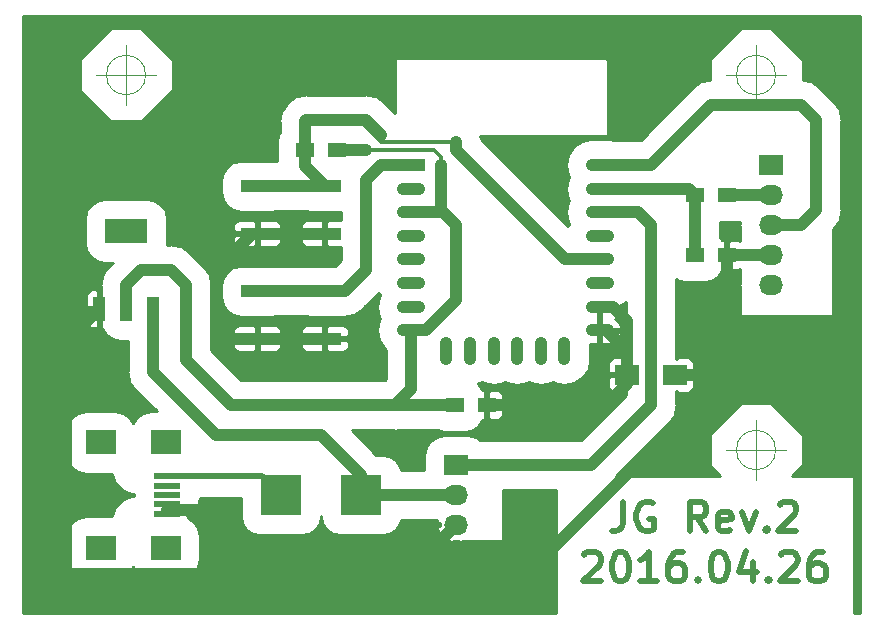
<source format=gbr>
G04 #@! TF.GenerationSoftware,KiCad,Pcbnew,5.0.2+dfsg1-1*
G04 #@! TF.CreationDate,2020-06-16T14:18:13-07:00*
G04 #@! TF.ProjectId,2016.04.26_LightAlarmV2,32303136-2e30-4342-9e32-365f4c696768,rev?*
G04 #@! TF.SameCoordinates,Original*
G04 #@! TF.FileFunction,Copper,L1,Top*
G04 #@! TF.FilePolarity,Positive*
%FSLAX46Y46*%
G04 Gerber Fmt 4.6, Leading zero omitted, Abs format (unit mm)*
G04 Created by KiCad (PCBNEW 5.0.2+dfsg1-1) date Tue 16 Jun 2020 02:18:13 PM PDT*
%MOMM*%
%LPD*%
G01*
G04 APERTURE LIST*
G04 #@! TA.AperFunction,NonConductor*
%ADD10C,0.010000*%
G04 #@! TD*
G04 #@! TA.AperFunction,NonConductor*
%ADD11C,0.500000*%
G04 #@! TD*
G04 #@! TA.AperFunction,SMDPad,CuDef*
%ADD12R,3.657600X2.032000*%
G04 #@! TD*
G04 #@! TA.AperFunction,SMDPad,CuDef*
%ADD13R,1.016000X2.032000*%
G04 #@! TD*
G04 #@! TA.AperFunction,SMDPad,CuDef*
%ADD14R,2.301240X0.500380*%
G04 #@! TD*
G04 #@! TA.AperFunction,SMDPad,CuDef*
%ADD15R,2.499360X1.998980*%
G04 #@! TD*
G04 #@! TA.AperFunction,SMDPad,CuDef*
%ADD16R,1.500000X1.300000*%
G04 #@! TD*
G04 #@! TA.AperFunction,SMDPad,CuDef*
%ADD17R,3.500000X3.500000*%
G04 #@! TD*
G04 #@! TA.AperFunction,ComponentPad*
%ADD18R,2.032000X1.727200*%
G04 #@! TD*
G04 #@! TA.AperFunction,ComponentPad*
%ADD19O,2.032000X1.727200*%
G04 #@! TD*
G04 #@! TA.AperFunction,SMDPad,CuDef*
%ADD20R,2.750000X1.000000*%
G04 #@! TD*
G04 #@! TA.AperFunction,SMDPad,CuDef*
%ADD21O,1.100000X2.400000*%
G04 #@! TD*
G04 #@! TA.AperFunction,SMDPad,CuDef*
%ADD22R,2.400000X1.100000*%
G04 #@! TD*
G04 #@! TA.AperFunction,SMDPad,CuDef*
%ADD23O,2.400000X1.100000*%
G04 #@! TD*
G04 #@! TA.AperFunction,SMDPad,CuDef*
%ADD24R,2.000000X1.700000*%
G04 #@! TD*
G04 #@! TA.AperFunction,Conductor*
%ADD25C,1.000000*%
G04 #@! TD*
G04 #@! TA.AperFunction,Conductor*
%ADD26C,0.500000*%
G04 #@! TD*
G04 #@! TA.AperFunction,Conductor*
%ADD27C,0.300000*%
G04 #@! TD*
G04 #@! TA.AperFunction,Conductor*
%ADD28C,0.254000*%
G04 #@! TD*
G04 APERTURE END LIST*
D10*
X93106666Y-67310000D02*
G75*
G03X93106666Y-67310000I-1666666J0D01*
G01*
X88940000Y-67310000D02*
X93940000Y-67310000D01*
X91440000Y-64810000D02*
X91440000Y-69810000D01*
X93106666Y-35560000D02*
G75*
G03X93106666Y-35560000I-1666666J0D01*
G01*
X88940000Y-35560000D02*
X93940000Y-35560000D01*
X91440000Y-33060000D02*
X91440000Y-38060000D01*
X39766666Y-35560000D02*
G75*
G03X39766666Y-35560000I-1666666J0D01*
G01*
X35600000Y-35560000D02*
X40600000Y-35560000D01*
X38100000Y-33060000D02*
X38100000Y-38060000D01*
D11*
X80217238Y-71689952D02*
X80217238Y-73475666D01*
X80098190Y-73832809D01*
X79860095Y-74070904D01*
X79502952Y-74189952D01*
X79264857Y-74189952D01*
X82717238Y-71809000D02*
X82479142Y-71689952D01*
X82122000Y-71689952D01*
X81764857Y-71809000D01*
X81526761Y-72047095D01*
X81407714Y-72285190D01*
X81288666Y-72761380D01*
X81288666Y-73118523D01*
X81407714Y-73594714D01*
X81526761Y-73832809D01*
X81764857Y-74070904D01*
X82122000Y-74189952D01*
X82360095Y-74189952D01*
X82717238Y-74070904D01*
X82836285Y-73951857D01*
X82836285Y-73118523D01*
X82360095Y-73118523D01*
X87241047Y-74189952D02*
X86407714Y-72999476D01*
X85812476Y-74189952D02*
X85812476Y-71689952D01*
X86764857Y-71689952D01*
X87002952Y-71809000D01*
X87122000Y-71928047D01*
X87241047Y-72166142D01*
X87241047Y-72523285D01*
X87122000Y-72761380D01*
X87002952Y-72880428D01*
X86764857Y-72999476D01*
X85812476Y-72999476D01*
X89264857Y-74070904D02*
X89026761Y-74189952D01*
X88550571Y-74189952D01*
X88312476Y-74070904D01*
X88193428Y-73832809D01*
X88193428Y-72880428D01*
X88312476Y-72642333D01*
X88550571Y-72523285D01*
X89026761Y-72523285D01*
X89264857Y-72642333D01*
X89383904Y-72880428D01*
X89383904Y-73118523D01*
X88193428Y-73356619D01*
X90217238Y-72523285D02*
X90812476Y-74189952D01*
X91407714Y-72523285D01*
X92360095Y-73951857D02*
X92479142Y-74070904D01*
X92360095Y-74189952D01*
X92241047Y-74070904D01*
X92360095Y-73951857D01*
X92360095Y-74189952D01*
X93431523Y-71928047D02*
X93550571Y-71809000D01*
X93788666Y-71689952D01*
X94383904Y-71689952D01*
X94622000Y-71809000D01*
X94741047Y-71928047D01*
X94860095Y-72166142D01*
X94860095Y-72404238D01*
X94741047Y-72761380D01*
X93312476Y-74189952D01*
X94860095Y-74189952D01*
X76883904Y-76178047D02*
X77002952Y-76059000D01*
X77241047Y-75939952D01*
X77836285Y-75939952D01*
X78074380Y-76059000D01*
X78193428Y-76178047D01*
X78312476Y-76416142D01*
X78312476Y-76654238D01*
X78193428Y-77011380D01*
X76764857Y-78439952D01*
X78312476Y-78439952D01*
X79860095Y-75939952D02*
X80098190Y-75939952D01*
X80336285Y-76059000D01*
X80455333Y-76178047D01*
X80574380Y-76416142D01*
X80693428Y-76892333D01*
X80693428Y-77487571D01*
X80574380Y-77963761D01*
X80455333Y-78201857D01*
X80336285Y-78320904D01*
X80098190Y-78439952D01*
X79860095Y-78439952D01*
X79622000Y-78320904D01*
X79502952Y-78201857D01*
X79383904Y-77963761D01*
X79264857Y-77487571D01*
X79264857Y-76892333D01*
X79383904Y-76416142D01*
X79502952Y-76178047D01*
X79622000Y-76059000D01*
X79860095Y-75939952D01*
X83074380Y-78439952D02*
X81645809Y-78439952D01*
X82360095Y-78439952D02*
X82360095Y-75939952D01*
X82122000Y-76297095D01*
X81883904Y-76535190D01*
X81645809Y-76654238D01*
X85217238Y-75939952D02*
X84741047Y-75939952D01*
X84502952Y-76059000D01*
X84383904Y-76178047D01*
X84145809Y-76535190D01*
X84026761Y-77011380D01*
X84026761Y-77963761D01*
X84145809Y-78201857D01*
X84264857Y-78320904D01*
X84502952Y-78439952D01*
X84979142Y-78439952D01*
X85217238Y-78320904D01*
X85336285Y-78201857D01*
X85455333Y-77963761D01*
X85455333Y-77368523D01*
X85336285Y-77130428D01*
X85217238Y-77011380D01*
X84979142Y-76892333D01*
X84502952Y-76892333D01*
X84264857Y-77011380D01*
X84145809Y-77130428D01*
X84026761Y-77368523D01*
X86526761Y-78201857D02*
X86645809Y-78320904D01*
X86526761Y-78439952D01*
X86407714Y-78320904D01*
X86526761Y-78201857D01*
X86526761Y-78439952D01*
X88193428Y-75939952D02*
X88431523Y-75939952D01*
X88669619Y-76059000D01*
X88788666Y-76178047D01*
X88907714Y-76416142D01*
X89026761Y-76892333D01*
X89026761Y-77487571D01*
X88907714Y-77963761D01*
X88788666Y-78201857D01*
X88669619Y-78320904D01*
X88431523Y-78439952D01*
X88193428Y-78439952D01*
X87955333Y-78320904D01*
X87836285Y-78201857D01*
X87717238Y-77963761D01*
X87598190Y-77487571D01*
X87598190Y-76892333D01*
X87717238Y-76416142D01*
X87836285Y-76178047D01*
X87955333Y-76059000D01*
X88193428Y-75939952D01*
X91169619Y-76773285D02*
X91169619Y-78439952D01*
X90574380Y-75820904D02*
X89979142Y-77606619D01*
X91526761Y-77606619D01*
X92479142Y-78201857D02*
X92598190Y-78320904D01*
X92479142Y-78439952D01*
X92360095Y-78320904D01*
X92479142Y-78201857D01*
X92479142Y-78439952D01*
X93550571Y-76178047D02*
X93669619Y-76059000D01*
X93907714Y-75939952D01*
X94502952Y-75939952D01*
X94741047Y-76059000D01*
X94860095Y-76178047D01*
X94979142Y-76416142D01*
X94979142Y-76654238D01*
X94860095Y-77011380D01*
X93431523Y-78439952D01*
X94979142Y-78439952D01*
X97122000Y-75939952D02*
X96645809Y-75939952D01*
X96407714Y-76059000D01*
X96288666Y-76178047D01*
X96050571Y-76535190D01*
X95931523Y-77011380D01*
X95931523Y-77963761D01*
X96050571Y-78201857D01*
X96169619Y-78320904D01*
X96407714Y-78439952D01*
X96883904Y-78439952D01*
X97122000Y-78320904D01*
X97241047Y-78201857D01*
X97360095Y-77963761D01*
X97360095Y-77368523D01*
X97241047Y-77130428D01*
X97122000Y-77011380D01*
X96883904Y-76892333D01*
X96407714Y-76892333D01*
X96169619Y-77011380D01*
X96050571Y-77130428D01*
X95931523Y-77368523D01*
D12*
G04 #@! TO.P,U1,4*
G04 #@! TO.N,N/C*
X38100000Y-48768000D03*
D13*
G04 #@! TO.P,U1,2*
G04 #@! TO.N,+3V3*
X38100000Y-55372000D03*
G04 #@! TO.P,U1,3*
G04 #@! TO.N,/5V*
X40386000Y-55372000D03*
G04 #@! TO.P,U1,1*
G04 #@! TO.N,GND*
X35814000Y-55372000D03*
G04 #@! TD*
D14*
G04 #@! TO.P,P3,1*
G04 #@! TO.N,Net-(F1-Pad1)*
X41549320Y-69519800D03*
G04 #@! TO.P,P3,2*
G04 #@! TO.N,Net-(P3-Pad2)*
X41549320Y-70319900D03*
G04 #@! TO.P,P3,3*
G04 #@! TO.N,Net-(P3-Pad3)*
X41549320Y-71120000D03*
G04 #@! TO.P,P3,4*
G04 #@! TO.N,GND*
X41549320Y-71920100D03*
G04 #@! TO.P,P3,5*
X41549320Y-72720200D03*
D15*
G04 #@! TO.P,P3,6*
G04 #@! TO.N,N/C*
X41450260Y-66669920D03*
X35951160Y-66669920D03*
X41450260Y-75570080D03*
X35951160Y-75570080D03*
G04 #@! TD*
D16*
G04 #@! TO.P,C1,1*
G04 #@! TO.N,GND*
X68660000Y-63500000D03*
G04 #@! TO.P,C1,2*
G04 #@! TO.N,+3V3*
X65960000Y-63500000D03*
G04 #@! TD*
D17*
G04 #@! TO.P,F1,1*
G04 #@! TO.N,Net-(F1-Pad1)*
X51206400Y-71120000D03*
G04 #@! TO.P,F1,2*
G04 #@! TO.N,/5V*
X58013600Y-71120000D03*
G04 #@! TD*
D18*
G04 #@! TO.P,P1,1*
G04 #@! TO.N,/GPIO5*
X66040000Y-68580000D03*
D19*
G04 #@! TO.P,P1,2*
G04 #@! TO.N,/5V*
X66040000Y-71120000D03*
G04 #@! TO.P,P1,3*
G04 #@! TO.N,GND*
X66040000Y-73660000D03*
G04 #@! TD*
D18*
G04 #@! TO.P,P2,1*
G04 #@! TO.N,Net-(P2-Pad1)*
X92710000Y-43180000D03*
D19*
G04 #@! TO.P,P2,2*
G04 #@! TO.N,/TX*
X92710000Y-45720000D03*
G04 #@! TO.P,P2,3*
G04 #@! TO.N,/RX*
X92710000Y-48260000D03*
G04 #@! TO.P,P2,4*
G04 #@! TO.N,GND*
X92710000Y-50800000D03*
G04 #@! TO.P,P2,5*
G04 #@! TO.N,Net-(P2-Pad5)*
X92710000Y-53340000D03*
G04 #@! TD*
D16*
G04 #@! TO.P,R1,1*
G04 #@! TO.N,/GPIO0*
X53260000Y-41910000D03*
G04 #@! TO.P,R1,2*
G04 #@! TO.N,+3V3*
X55960000Y-41910000D03*
G04 #@! TD*
G04 #@! TO.P,R3,1*
G04 #@! TO.N,/TX*
X88980000Y-45720000D03*
G04 #@! TO.P,R3,2*
G04 #@! TO.N,/RXD*
X86280000Y-45720000D03*
G04 #@! TD*
G04 #@! TO.P,R4,1*
G04 #@! TO.N,GND*
X88980000Y-50800000D03*
G04 #@! TO.P,R4,2*
G04 #@! TO.N,/RXD*
X86280000Y-50800000D03*
G04 #@! TD*
D20*
G04 #@! TO.P,SW1,1*
G04 #@! TO.N,GND*
X49195000Y-48990000D03*
X54945000Y-48990000D03*
G04 #@! TO.P,SW1,2*
G04 #@! TO.N,/GPIO0*
X54945000Y-44990000D03*
X49195000Y-44990000D03*
G04 #@! TD*
G04 #@! TO.P,SW2,1*
G04 #@! TO.N,GND*
X49195000Y-57880000D03*
X54945000Y-57880000D03*
G04 #@! TO.P,SW2,2*
G04 #@! TO.N,/RST*
X54945000Y-53880000D03*
X49195000Y-53880000D03*
G04 #@! TD*
D21*
G04 #@! TO.P,U2,9*
G04 #@! TO.N,/CSO*
X65220000Y-58930000D03*
G04 #@! TO.P,U2,10*
G04 #@! TO.N,/MISO*
X67220000Y-58930000D03*
G04 #@! TO.P,U2,11*
G04 #@! TO.N,/GPIO9*
X69220000Y-58930000D03*
G04 #@! TO.P,U2,12*
G04 #@! TO.N,/GPIO10*
X71220000Y-58930000D03*
G04 #@! TO.P,U2,13*
G04 #@! TO.N,/MOSI*
X73220000Y-58930000D03*
G04 #@! TO.P,U2,14*
G04 #@! TO.N,/SCLK*
X75220000Y-58930000D03*
D22*
G04 #@! TO.P,U2,1*
G04 #@! TO.N,/RST*
X62230000Y-43180000D03*
D23*
G04 #@! TO.P,U2,2*
G04 #@! TO.N,/ADC*
X62230000Y-45180000D03*
G04 #@! TO.P,U2,3*
G04 #@! TO.N,+3V3*
X62230000Y-47180000D03*
G04 #@! TO.P,U2,4*
G04 #@! TO.N,/GPIO16*
X62230000Y-49180000D03*
G04 #@! TO.P,U2,5*
G04 #@! TO.N,/GPIO14*
X62230000Y-51180000D03*
G04 #@! TO.P,U2,6*
G04 #@! TO.N,/GPIO12*
X62230000Y-53180000D03*
G04 #@! TO.P,U2,7*
G04 #@! TO.N,/GPIO13*
X62230000Y-55180000D03*
G04 #@! TO.P,U2,8*
G04 #@! TO.N,+3V3*
X62230000Y-57180000D03*
G04 #@! TO.P,U2,15*
G04 #@! TO.N,GND*
X78230000Y-57180000D03*
G04 #@! TO.P,U2,16*
X78230000Y-55180000D03*
G04 #@! TO.P,U2,17*
G04 #@! TO.N,/GPIO2*
X78230000Y-53180000D03*
G04 #@! TO.P,U2,18*
G04 #@! TO.N,/GPIO0*
X78230000Y-51180000D03*
G04 #@! TO.P,U2,19*
G04 #@! TO.N,/GPIO4*
X78230000Y-49180000D03*
G04 #@! TO.P,U2,20*
G04 #@! TO.N,/GPIO5*
X78230000Y-47180000D03*
G04 #@! TO.P,U2,21*
G04 #@! TO.N,/RXD*
X78230000Y-45180000D03*
G04 #@! TO.P,U2,22*
G04 #@! TO.N,/RX*
X78230000Y-43180000D03*
G04 #@! TD*
D24*
G04 #@! TO.P,R6,1*
G04 #@! TO.N,GND*
X84550000Y-60960000D03*
G04 #@! TO.P,R6,2*
X80550000Y-60960000D03*
G04 #@! TD*
D25*
G04 #@! TO.N,GND*
X78230000Y-55180000D02*
X79310000Y-55180000D01*
X79310000Y-55180000D02*
X80550000Y-56420000D01*
X80550000Y-56420000D02*
X80550000Y-60960000D01*
X49195000Y-48990000D02*
X54945000Y-48990000D01*
X49195000Y-48990000D02*
X48800000Y-48990000D01*
X48800000Y-48990000D02*
X45720000Y-52070000D01*
X33020000Y-58420000D02*
X33020000Y-46990000D01*
X46450000Y-57880000D02*
X49195000Y-57880000D01*
X45720000Y-57150000D02*
X46450000Y-57880000D01*
X45720000Y-49530000D02*
X45720000Y-52070000D01*
X45720000Y-52070000D02*
X45720000Y-57150000D01*
X40640000Y-44450000D02*
X45720000Y-49530000D01*
X35560000Y-44450000D02*
X40640000Y-44450000D01*
X33020000Y-46990000D02*
X35560000Y-44450000D01*
X49195000Y-48990000D02*
X48990000Y-48990000D01*
X49195000Y-57880000D02*
X54945000Y-57880000D01*
X33020000Y-63500000D02*
X33020000Y-58420000D01*
X33020000Y-58420000D02*
X33020000Y-58166000D01*
X33020000Y-58166000D02*
X35814000Y-55372000D01*
X80550000Y-60960000D02*
X80550000Y-61690000D01*
X80550000Y-61690000D02*
X78740000Y-63500000D01*
X78740000Y-63500000D02*
X68660000Y-63500000D01*
X80550000Y-60960000D02*
X80550000Y-58960000D01*
X80550000Y-58960000D02*
X78770000Y-57180000D01*
X78770000Y-57180000D02*
X78230000Y-57180000D01*
X84550000Y-60960000D02*
X88980000Y-60960000D01*
X88980000Y-60960000D02*
X88900000Y-60960000D01*
X88900000Y-60960000D02*
X88980000Y-60960000D01*
X46101000Y-77851000D02*
X48260000Y-76200000D01*
X33020000Y-77851000D02*
X46101000Y-77851000D01*
X33020000Y-77851000D02*
X33020000Y-77851000D01*
X33020000Y-63500000D02*
X33020000Y-77851000D01*
X33020000Y-63500000D02*
X33020000Y-63500000D01*
X63500000Y-76200000D02*
X73660000Y-76200000D01*
X87630000Y-62230000D02*
X88980000Y-60960000D01*
X88980000Y-60960000D02*
X88980000Y-50800000D01*
X73660000Y-76200000D02*
X87630000Y-62230000D01*
X35560000Y-55626000D02*
X35814000Y-55372000D01*
X41549320Y-72390000D02*
X44450000Y-72390000D01*
X44450000Y-72390000D02*
X48260000Y-76200000D01*
X63500000Y-76200000D02*
X66040000Y-73660000D01*
X48260000Y-76200000D02*
X63500000Y-76200000D01*
D26*
X41549320Y-71920100D02*
X41549320Y-72390000D01*
X41549320Y-72390000D02*
X41549320Y-72720200D01*
D25*
X88980000Y-50800000D02*
X92710000Y-50800000D01*
G04 #@! TO.N,+3V3*
X64770000Y-47180000D02*
X64770000Y-43180000D01*
X55960000Y-41910000D02*
X58420000Y-41910000D01*
D27*
X64770000Y-42545000D02*
X64135000Y-41910000D01*
X64770000Y-43180000D02*
X64770000Y-42545000D01*
X58420000Y-41910000D02*
X64135000Y-41910000D01*
D25*
X62230000Y-47180000D02*
X64770000Y-47180000D01*
X64770000Y-47180000D02*
X64960000Y-47180000D01*
X63470000Y-57180000D02*
X62230000Y-57180000D01*
X66040000Y-54610000D02*
X63470000Y-57180000D01*
X66040000Y-48260000D02*
X66040000Y-54610000D01*
X64960000Y-47180000D02*
X66040000Y-48260000D01*
D27*
X63945000Y-47180000D02*
X64770000Y-46355000D01*
X63945000Y-47180000D02*
X62230000Y-47180000D01*
X64770000Y-46355000D02*
X64770000Y-43180000D01*
D25*
X38100000Y-55372000D02*
X38100000Y-53340000D01*
X46990000Y-63500000D02*
X59690000Y-63500000D01*
X43180000Y-59690000D02*
X46990000Y-63500000D01*
X43180000Y-53340000D02*
X43180000Y-59690000D01*
X41910000Y-52070000D02*
X43180000Y-53340000D01*
X39370000Y-52070000D02*
X41910000Y-52070000D01*
X38100000Y-53340000D02*
X39370000Y-52070000D01*
X65960000Y-63500000D02*
X59690000Y-63500000D01*
X62230000Y-57180000D02*
X62230000Y-62150000D01*
X62230000Y-62150000D02*
X60880000Y-63500000D01*
X60880000Y-63500000D02*
X59690000Y-63500000D01*
X60880000Y-63500000D02*
X60880000Y-63500000D01*
G04 #@! TO.N,/RST*
X54945000Y-53880000D02*
X56610000Y-53880000D01*
X59690000Y-43180000D02*
X62230000Y-43180000D01*
X58420000Y-44450000D02*
X59690000Y-43180000D01*
X58420000Y-52070000D02*
X58420000Y-44450000D01*
X56610000Y-53880000D02*
X58420000Y-52070000D01*
X54945000Y-53880000D02*
X55340000Y-53880000D01*
X49195000Y-53880000D02*
X54945000Y-53880000D01*
G04 #@! TO.N,/5V*
X54610000Y-66040000D02*
X45720000Y-66040000D01*
X45720000Y-66040000D02*
X43180000Y-63500000D01*
X58013600Y-69443600D02*
X54610000Y-66040000D01*
X40386000Y-60706000D02*
X40386000Y-55372000D01*
X43180000Y-63500000D02*
X41910000Y-62230000D01*
X41910000Y-62230000D02*
X40386000Y-60706000D01*
X58013600Y-71120000D02*
X58013600Y-69443600D01*
X58013600Y-71120000D02*
X66040000Y-71120000D01*
G04 #@! TO.N,/GPIO5*
X66040000Y-68580000D02*
X77470000Y-68580000D01*
X77470000Y-68580000D02*
X80010000Y-66040000D01*
X81470000Y-47180000D02*
X78230000Y-47180000D01*
X82550000Y-48260000D02*
X81470000Y-47180000D01*
X82550000Y-63500000D02*
X82550000Y-48260000D01*
X80010000Y-66040000D02*
X82550000Y-63500000D01*
G04 #@! TO.N,/TX*
X92710000Y-45720000D02*
X88980000Y-45720000D01*
G04 #@! TO.N,/RX*
X92710000Y-48260000D02*
X95250000Y-48260000D01*
X82550000Y-43180000D02*
X78230000Y-43180000D01*
X87630000Y-38100000D02*
X82550000Y-43180000D01*
X95250000Y-38100000D02*
X87630000Y-38100000D01*
X96520000Y-39370000D02*
X95250000Y-38100000D01*
X96520000Y-46990000D02*
X96520000Y-39370000D01*
X95250000Y-48260000D02*
X96520000Y-46990000D01*
G04 #@! TO.N,/RXD*
X86280000Y-50800000D02*
X86280000Y-45720000D01*
X78230000Y-45180000D02*
X85740000Y-45180000D01*
X85740000Y-45180000D02*
X86280000Y-45720000D01*
D26*
G04 #@! TO.N,Net-(F1-Pad1)*
X49606200Y-69519800D02*
X51206400Y-71120000D01*
X41549320Y-69519800D02*
X49606200Y-69519800D01*
D25*
G04 #@! TO.N,/GPIO0*
X53260000Y-41910000D02*
X53260000Y-39450000D01*
X53260000Y-39450000D02*
X53340000Y-39370000D01*
X53340000Y-39370000D02*
X58420000Y-39370000D01*
X58420000Y-39370000D02*
X59690000Y-40640000D01*
X66040000Y-41275000D02*
X66040000Y-41910000D01*
X75310000Y-51180000D02*
X66040000Y-41910000D01*
X75310000Y-51180000D02*
X78230000Y-51180000D01*
X54945000Y-44990000D02*
X49195000Y-44990000D01*
X53260000Y-41910000D02*
X53260000Y-43305000D01*
X53260000Y-43305000D02*
X54945000Y-44990000D01*
D27*
X53340000Y-39370000D02*
X53260000Y-39450000D01*
X57785000Y-39370000D02*
X53340000Y-39370000D01*
X59690000Y-41275000D02*
X57785000Y-39370000D01*
X66040000Y-41275000D02*
X59690000Y-41275000D01*
G04 #@! TD*
D28*
G04 #@! TO.N,GND*
G36*
X100203000Y-81153000D02*
X99713286Y-81153000D01*
X99713286Y-69507000D01*
X94502606Y-69507000D01*
X95339803Y-68669803D01*
X95367333Y-68628601D01*
X95377000Y-68580000D01*
X95377000Y-66040000D01*
X95367333Y-65991399D01*
X95339803Y-65950197D01*
X92799803Y-63410197D01*
X92758601Y-63382667D01*
X92710000Y-63373000D01*
X90170000Y-63373000D01*
X90121399Y-63382667D01*
X90080197Y-63410197D01*
X87540197Y-65950197D01*
X87512667Y-65991399D01*
X87503000Y-66040000D01*
X87503000Y-68580000D01*
X87512667Y-68628601D01*
X87540197Y-68669803D01*
X88377394Y-69507000D01*
X79551032Y-69507000D01*
X83905886Y-65152146D01*
X84083481Y-65033481D01*
X84553590Y-64329914D01*
X84677000Y-63709489D01*
X84677000Y-63709485D01*
X84718669Y-63500001D01*
X84677000Y-63290517D01*
X84677000Y-62445000D01*
X84677002Y-62445000D01*
X84677002Y-62286252D01*
X84835750Y-62445000D01*
X85676309Y-62445000D01*
X85909698Y-62348327D01*
X86088327Y-62169699D01*
X86185000Y-61936310D01*
X86185000Y-61245750D01*
X86026250Y-61087000D01*
X84677000Y-61087000D01*
X84677000Y-60833000D01*
X86026250Y-60833000D01*
X86185000Y-60674250D01*
X86185000Y-59983690D01*
X86088327Y-59750301D01*
X85909698Y-59571673D01*
X85676309Y-59475000D01*
X84835750Y-59475000D01*
X84677002Y-59633748D01*
X84677002Y-59475000D01*
X84677000Y-59475000D01*
X84677000Y-52836819D01*
X84895176Y-52982600D01*
X85530000Y-53108874D01*
X87030000Y-53108874D01*
X87664824Y-52982600D01*
X88203001Y-52623001D01*
X88562482Y-52085000D01*
X88694250Y-52085000D01*
X88853000Y-51926250D01*
X88853000Y-50927000D01*
X88833000Y-50927000D01*
X88833000Y-50673000D01*
X88853000Y-50673000D01*
X88853000Y-49673750D01*
X88694250Y-49515000D01*
X88562482Y-49515000D01*
X88407000Y-49282305D01*
X88407000Y-48028874D01*
X89730000Y-48028874D01*
X90043000Y-47966615D01*
X90043000Y-48135357D01*
X90018207Y-48260000D01*
X90043000Y-48384643D01*
X90043000Y-49592330D01*
X89856309Y-49515000D01*
X89265750Y-49515000D01*
X89107000Y-49673750D01*
X89107000Y-50673000D01*
X89127000Y-50673000D01*
X89127000Y-50927000D01*
X89107000Y-50927000D01*
X89107000Y-51926250D01*
X89265750Y-52085000D01*
X89856309Y-52085000D01*
X90043000Y-52007670D01*
X90043000Y-53215357D01*
X90018207Y-53340000D01*
X90043000Y-53464643D01*
X90043000Y-55880000D01*
X90052667Y-55928601D01*
X90080197Y-55969803D01*
X90121399Y-55997333D01*
X90170000Y-56007000D01*
X97790000Y-56007000D01*
X97838601Y-55997333D01*
X97879803Y-55969803D01*
X97907333Y-55928601D01*
X97917000Y-55880000D01*
X97917000Y-48614675D01*
X98053481Y-48523481D01*
X98523590Y-47819914D01*
X98647000Y-47199489D01*
X98647000Y-47199485D01*
X98688669Y-46990001D01*
X98647000Y-46780516D01*
X98647000Y-39579484D01*
X98688669Y-39369999D01*
X98647000Y-39160515D01*
X98647000Y-39160511D01*
X98523590Y-38540086D01*
X98053481Y-37836519D01*
X97875885Y-37717853D01*
X96902147Y-36744115D01*
X96783481Y-36566519D01*
X96079914Y-36096410D01*
X95459489Y-35973000D01*
X95459484Y-35973000D01*
X95377000Y-35956593D01*
X95377000Y-34290000D01*
X95367333Y-34241399D01*
X95339803Y-34200197D01*
X92799803Y-31660197D01*
X92758601Y-31632667D01*
X92710000Y-31623000D01*
X90170000Y-31623000D01*
X90121399Y-31632667D01*
X90080197Y-31660197D01*
X87540197Y-34200197D01*
X87512667Y-34241399D01*
X87503000Y-34290000D01*
X87503000Y-35956593D01*
X87420515Y-35973000D01*
X87420511Y-35973000D01*
X86800086Y-36096410D01*
X86096519Y-36566519D01*
X85977853Y-36744115D01*
X81668968Y-41053000D01*
X79345777Y-41053000D01*
X79094411Y-41003000D01*
X77365589Y-41003000D01*
X76730577Y-41129312D01*
X76010471Y-41610471D01*
X75529312Y-42330577D01*
X75360351Y-43180000D01*
X75529312Y-44029423D01*
X75629924Y-44180000D01*
X75529312Y-44330577D01*
X75360351Y-45180000D01*
X75529312Y-46029423D01*
X75629924Y-46180000D01*
X75529312Y-46330577D01*
X75360351Y-47180000D01*
X75529312Y-48029423D01*
X75629924Y-48180000D01*
X75529312Y-48330577D01*
X75519241Y-48381209D01*
X68157926Y-41019894D01*
X68107623Y-40767000D01*
X78740000Y-40767000D01*
X78788601Y-40757333D01*
X78829803Y-40729803D01*
X78857333Y-40688601D01*
X78867000Y-40640000D01*
X78867000Y-34290000D01*
X78857333Y-34241399D01*
X78829803Y-34200197D01*
X78788601Y-34172667D01*
X78740000Y-34163000D01*
X60960000Y-34163000D01*
X60911399Y-34172667D01*
X60870197Y-34200197D01*
X60842667Y-34241399D01*
X60833000Y-34290000D01*
X60833000Y-38774968D01*
X60072147Y-38014115D01*
X59953481Y-37836519D01*
X59249914Y-37366410D01*
X58629489Y-37243000D01*
X58629484Y-37243000D01*
X58420000Y-37201331D01*
X58210516Y-37243000D01*
X53549484Y-37243000D01*
X53339999Y-37201331D01*
X53130515Y-37243000D01*
X53130511Y-37243000D01*
X52510086Y-37366410D01*
X51806519Y-37836519D01*
X51774475Y-37884477D01*
X51726520Y-37916519D01*
X51607856Y-38094112D01*
X51607853Y-38094115D01*
X51458775Y-38317227D01*
X51256411Y-38620086D01*
X51133000Y-39240511D01*
X51133000Y-39240516D01*
X51091331Y-39450000D01*
X51133000Y-39659484D01*
X51133000Y-40392305D01*
X50977400Y-40625176D01*
X50851126Y-41260000D01*
X50851126Y-42560000D01*
X50911396Y-42863000D01*
X50730242Y-42863000D01*
X50570000Y-42831126D01*
X47820000Y-42831126D01*
X47185176Y-42957400D01*
X46646999Y-43316999D01*
X46287400Y-43855176D01*
X46161126Y-44490000D01*
X46161126Y-45490000D01*
X46287400Y-46124824D01*
X46646999Y-46663001D01*
X47185176Y-47022600D01*
X47820000Y-47148874D01*
X50570000Y-47148874D01*
X50730242Y-47117000D01*
X53409758Y-47117000D01*
X53570000Y-47148874D01*
X54895757Y-47148874D01*
X54945000Y-47158669D01*
X54994243Y-47148874D01*
X56293001Y-47148874D01*
X56293001Y-47855000D01*
X55230750Y-47855000D01*
X55072000Y-48013750D01*
X55072000Y-48863000D01*
X55092000Y-48863000D01*
X55092000Y-49117000D01*
X55072000Y-49117000D01*
X55072000Y-49966250D01*
X55230750Y-50125000D01*
X56293000Y-50125000D01*
X56293000Y-51188968D01*
X55760842Y-51721126D01*
X53570000Y-51721126D01*
X53409758Y-51753000D01*
X50730242Y-51753000D01*
X50570000Y-51721126D01*
X47820000Y-51721126D01*
X47185176Y-51847400D01*
X46646999Y-52206999D01*
X46287400Y-52745176D01*
X46161126Y-53380000D01*
X46161126Y-54380000D01*
X46287400Y-55014824D01*
X46646999Y-55553001D01*
X47185176Y-55912600D01*
X47820000Y-56038874D01*
X50570000Y-56038874D01*
X50730242Y-56007000D01*
X53409758Y-56007000D01*
X53570000Y-56038874D01*
X56320000Y-56038874D01*
X56440379Y-56014929D01*
X56610000Y-56048669D01*
X56819484Y-56007000D01*
X56819489Y-56007000D01*
X57439914Y-55883590D01*
X58143481Y-55413481D01*
X58262147Y-55235885D01*
X59519241Y-53978791D01*
X59529312Y-54029423D01*
X59629924Y-54180000D01*
X59529312Y-54330577D01*
X59360351Y-55180000D01*
X59529312Y-56029423D01*
X59629924Y-56180000D01*
X59529312Y-56330577D01*
X59360351Y-57180000D01*
X59529312Y-58029423D01*
X60010471Y-58749529D01*
X60103000Y-58811355D01*
X60103001Y-61268968D01*
X59998968Y-61373000D01*
X47871032Y-61373000D01*
X45307000Y-58808968D01*
X45307000Y-58165750D01*
X47185000Y-58165750D01*
X47185000Y-58506310D01*
X47281673Y-58739699D01*
X47460302Y-58918327D01*
X47693691Y-59015000D01*
X48909250Y-59015000D01*
X49068000Y-58856250D01*
X49068000Y-58007000D01*
X49322000Y-58007000D01*
X49322000Y-58856250D01*
X49480750Y-59015000D01*
X50696309Y-59015000D01*
X50929698Y-58918327D01*
X51108327Y-58739699D01*
X51205000Y-58506310D01*
X51205000Y-58165750D01*
X52935000Y-58165750D01*
X52935000Y-58506310D01*
X53031673Y-58739699D01*
X53210302Y-58918327D01*
X53443691Y-59015000D01*
X54659250Y-59015000D01*
X54818000Y-58856250D01*
X54818000Y-58007000D01*
X55072000Y-58007000D01*
X55072000Y-58856250D01*
X55230750Y-59015000D01*
X56446309Y-59015000D01*
X56679698Y-58918327D01*
X56858327Y-58739699D01*
X56955000Y-58506310D01*
X56955000Y-58165750D01*
X56796250Y-58007000D01*
X55072000Y-58007000D01*
X54818000Y-58007000D01*
X53093750Y-58007000D01*
X52935000Y-58165750D01*
X51205000Y-58165750D01*
X51046250Y-58007000D01*
X49322000Y-58007000D01*
X49068000Y-58007000D01*
X47343750Y-58007000D01*
X47185000Y-58165750D01*
X45307000Y-58165750D01*
X45307000Y-57253690D01*
X47185000Y-57253690D01*
X47185000Y-57594250D01*
X47343750Y-57753000D01*
X49068000Y-57753000D01*
X49068000Y-56903750D01*
X49322000Y-56903750D01*
X49322000Y-57753000D01*
X51046250Y-57753000D01*
X51205000Y-57594250D01*
X51205000Y-57253690D01*
X52935000Y-57253690D01*
X52935000Y-57594250D01*
X53093750Y-57753000D01*
X54818000Y-57753000D01*
X54818000Y-56903750D01*
X55072000Y-56903750D01*
X55072000Y-57753000D01*
X56796250Y-57753000D01*
X56955000Y-57594250D01*
X56955000Y-57253690D01*
X56858327Y-57020301D01*
X56679698Y-56841673D01*
X56446309Y-56745000D01*
X55230750Y-56745000D01*
X55072000Y-56903750D01*
X54818000Y-56903750D01*
X54659250Y-56745000D01*
X53443691Y-56745000D01*
X53210302Y-56841673D01*
X53031673Y-57020301D01*
X52935000Y-57253690D01*
X51205000Y-57253690D01*
X51108327Y-57020301D01*
X50929698Y-56841673D01*
X50696309Y-56745000D01*
X49480750Y-56745000D01*
X49322000Y-56903750D01*
X49068000Y-56903750D01*
X48909250Y-56745000D01*
X47693691Y-56745000D01*
X47460302Y-56841673D01*
X47281673Y-57020301D01*
X47185000Y-57253690D01*
X45307000Y-57253690D01*
X45307000Y-53549484D01*
X45348669Y-53339999D01*
X45307000Y-53130515D01*
X45307000Y-53130511D01*
X45183590Y-52510086D01*
X44713481Y-51806519D01*
X44535886Y-51687854D01*
X43562147Y-50714115D01*
X43443481Y-50536519D01*
X42739914Y-50066410D01*
X42119489Y-49943000D01*
X42119484Y-49943000D01*
X41910000Y-49901331D01*
X41700516Y-49943000D01*
X41556047Y-49943000D01*
X41587674Y-49784000D01*
X41587674Y-49275750D01*
X47185000Y-49275750D01*
X47185000Y-49616310D01*
X47281673Y-49849699D01*
X47460302Y-50028327D01*
X47693691Y-50125000D01*
X48909250Y-50125000D01*
X49068000Y-49966250D01*
X49068000Y-49117000D01*
X49322000Y-49117000D01*
X49322000Y-49966250D01*
X49480750Y-50125000D01*
X50696309Y-50125000D01*
X50929698Y-50028327D01*
X51108327Y-49849699D01*
X51205000Y-49616310D01*
X51205000Y-49275750D01*
X52935000Y-49275750D01*
X52935000Y-49616310D01*
X53031673Y-49849699D01*
X53210302Y-50028327D01*
X53443691Y-50125000D01*
X54659250Y-50125000D01*
X54818000Y-49966250D01*
X54818000Y-49117000D01*
X53093750Y-49117000D01*
X52935000Y-49275750D01*
X51205000Y-49275750D01*
X51046250Y-49117000D01*
X49322000Y-49117000D01*
X49068000Y-49117000D01*
X47343750Y-49117000D01*
X47185000Y-49275750D01*
X41587674Y-49275750D01*
X41587674Y-48363690D01*
X47185000Y-48363690D01*
X47185000Y-48704250D01*
X47343750Y-48863000D01*
X49068000Y-48863000D01*
X49068000Y-48013750D01*
X49322000Y-48013750D01*
X49322000Y-48863000D01*
X51046250Y-48863000D01*
X51205000Y-48704250D01*
X51205000Y-48363690D01*
X52935000Y-48363690D01*
X52935000Y-48704250D01*
X53093750Y-48863000D01*
X54818000Y-48863000D01*
X54818000Y-48013750D01*
X54659250Y-47855000D01*
X53443691Y-47855000D01*
X53210302Y-47951673D01*
X53031673Y-48130301D01*
X52935000Y-48363690D01*
X51205000Y-48363690D01*
X51108327Y-48130301D01*
X50929698Y-47951673D01*
X50696309Y-47855000D01*
X49480750Y-47855000D01*
X49322000Y-48013750D01*
X49068000Y-48013750D01*
X48909250Y-47855000D01*
X47693691Y-47855000D01*
X47460302Y-47951673D01*
X47281673Y-48130301D01*
X47185000Y-48363690D01*
X41587674Y-48363690D01*
X41587674Y-47752000D01*
X41461400Y-47117176D01*
X41101801Y-46578999D01*
X40563624Y-46219400D01*
X39928800Y-46093126D01*
X36271200Y-46093126D01*
X35636376Y-46219400D01*
X35098199Y-46578999D01*
X34738600Y-47117176D01*
X34612326Y-47752000D01*
X34612326Y-49784000D01*
X34738600Y-50418824D01*
X35098199Y-50957001D01*
X35636376Y-51316600D01*
X36271200Y-51442874D01*
X36989094Y-51442874D01*
X36744113Y-51687855D01*
X36566520Y-51806519D01*
X36447856Y-51984112D01*
X36447853Y-51984115D01*
X36142352Y-52441331D01*
X36096411Y-52510086D01*
X35973000Y-53130511D01*
X35973000Y-53130516D01*
X35931331Y-53340000D01*
X35973000Y-53549484D01*
X35973000Y-53847750D01*
X35941000Y-53879750D01*
X35941000Y-54316415D01*
X35933126Y-54356000D01*
X35933126Y-56388000D01*
X35941000Y-56427585D01*
X35941000Y-56864250D01*
X36049425Y-56972675D01*
X36059400Y-57022824D01*
X36418999Y-57561001D01*
X36957176Y-57920600D01*
X37592000Y-58046874D01*
X38259000Y-58046874D01*
X38259000Y-60496515D01*
X38217331Y-60706000D01*
X38259000Y-60915484D01*
X38259000Y-60915488D01*
X38382410Y-61535913D01*
X38852519Y-62239481D01*
X39030115Y-62358147D01*
X40683524Y-64011556D01*
X40200580Y-64011556D01*
X39565756Y-64137830D01*
X39027579Y-64497429D01*
X38700710Y-64986622D01*
X38373841Y-64497429D01*
X37835664Y-64137830D01*
X37200840Y-64011556D01*
X34701480Y-64011556D01*
X34066656Y-64137830D01*
X33528479Y-64497429D01*
X33168880Y-65035606D01*
X33042606Y-65670430D01*
X33042606Y-67669410D01*
X33168880Y-68304234D01*
X33528479Y-68842411D01*
X34066656Y-69202010D01*
X34701480Y-69328284D01*
X36874320Y-69328284D01*
X36874320Y-69333418D01*
X37190460Y-70096648D01*
X37774612Y-70680800D01*
X38537842Y-70996940D01*
X38739826Y-70996940D01*
X38739826Y-71243060D01*
X38537842Y-71243060D01*
X37774612Y-71559200D01*
X37190460Y-72143352D01*
X36874320Y-72906582D01*
X36874320Y-72911716D01*
X34701480Y-72911716D01*
X34066656Y-73037990D01*
X33528479Y-73397589D01*
X33168880Y-73935766D01*
X33042606Y-74570590D01*
X33042606Y-76569570D01*
X33168880Y-77204394D01*
X33528479Y-77742571D01*
X34066656Y-78102170D01*
X34701480Y-78228444D01*
X37200840Y-78228444D01*
X37835664Y-78102170D01*
X38373841Y-77742571D01*
X38700710Y-77253378D01*
X39027579Y-77742571D01*
X39565756Y-78102170D01*
X40200580Y-78228444D01*
X42699940Y-78228444D01*
X43334764Y-78102170D01*
X43872941Y-77742571D01*
X44232540Y-77204394D01*
X44358814Y-76569570D01*
X44358814Y-74570590D01*
X44232540Y-73935766D01*
X43872941Y-73397589D01*
X43334940Y-73038108D01*
X43334940Y-73004045D01*
X43250455Y-72919560D01*
X43334764Y-72902790D01*
X43872941Y-72543191D01*
X44232540Y-72005014D01*
X44353521Y-71396800D01*
X47797526Y-71396800D01*
X47797526Y-72870000D01*
X47923800Y-73504824D01*
X48283399Y-74043001D01*
X48821576Y-74402600D01*
X49456400Y-74528874D01*
X52956400Y-74528874D01*
X53591224Y-74402600D01*
X54129401Y-74043001D01*
X54489000Y-73504824D01*
X54610000Y-72896514D01*
X54731000Y-73504824D01*
X55090599Y-74043001D01*
X55628776Y-74402600D01*
X56263600Y-74528874D01*
X59763600Y-74528874D01*
X60398424Y-74402600D01*
X60936601Y-74043001D01*
X61296200Y-73504824D01*
X61347484Y-73247000D01*
X64453696Y-73247000D01*
X64435291Y-73285209D01*
X64432642Y-73300974D01*
X64553783Y-73533000D01*
X64643000Y-73533000D01*
X64643000Y-73787000D01*
X64553783Y-73787000D01*
X64432642Y-74019026D01*
X64435291Y-74034791D01*
X64643000Y-74465986D01*
X64643000Y-74930000D01*
X64652667Y-74978601D01*
X64680197Y-75019803D01*
X64721399Y-75047333D01*
X64770000Y-75057000D01*
X65425986Y-75057000D01*
X65678087Y-75145184D01*
X65821686Y-75057000D01*
X66258314Y-75057000D01*
X66401913Y-75145184D01*
X66654014Y-75057000D01*
X69850000Y-75057000D01*
X69898601Y-75047333D01*
X69939803Y-75019803D01*
X69967333Y-74978601D01*
X69977000Y-74930000D01*
X69977000Y-70707000D01*
X74530715Y-70707000D01*
X74530715Y-81153000D01*
X29337000Y-81153000D01*
X29337000Y-55657750D01*
X34671000Y-55657750D01*
X34671000Y-56514310D01*
X34767673Y-56747699D01*
X34946302Y-56926327D01*
X35179691Y-57023000D01*
X35528250Y-57023000D01*
X35687000Y-56864250D01*
X35687000Y-55499000D01*
X34829750Y-55499000D01*
X34671000Y-55657750D01*
X29337000Y-55657750D01*
X29337000Y-54229690D01*
X34671000Y-54229690D01*
X34671000Y-55086250D01*
X34829750Y-55245000D01*
X35687000Y-55245000D01*
X35687000Y-53879750D01*
X35528250Y-53721000D01*
X35179691Y-53721000D01*
X34946302Y-53817673D01*
X34767673Y-53996301D01*
X34671000Y-54229690D01*
X29337000Y-54229690D01*
X29337000Y-34290000D01*
X34163000Y-34290000D01*
X34163000Y-36830000D01*
X34172667Y-36878601D01*
X34200197Y-36919803D01*
X36740197Y-39459803D01*
X36781399Y-39487333D01*
X36830000Y-39497000D01*
X39370000Y-39497000D01*
X39418601Y-39487333D01*
X39459803Y-39459803D01*
X41999803Y-36919803D01*
X42027333Y-36878601D01*
X42037000Y-36830000D01*
X42037000Y-34290000D01*
X42027333Y-34241399D01*
X41999803Y-34200197D01*
X39459803Y-31660197D01*
X39418601Y-31632667D01*
X39370000Y-31623000D01*
X36830000Y-31623000D01*
X36781399Y-31632667D01*
X36740197Y-31660197D01*
X34200197Y-34200197D01*
X34172667Y-34241399D01*
X34163000Y-34290000D01*
X29337000Y-34290000D01*
X29337000Y-30607000D01*
X100203000Y-30607000D01*
X100203000Y-81153000D01*
X100203000Y-81153000D01*
G37*
X100203000Y-81153000D02*
X99713286Y-81153000D01*
X99713286Y-69507000D01*
X94502606Y-69507000D01*
X95339803Y-68669803D01*
X95367333Y-68628601D01*
X95377000Y-68580000D01*
X95377000Y-66040000D01*
X95367333Y-65991399D01*
X95339803Y-65950197D01*
X92799803Y-63410197D01*
X92758601Y-63382667D01*
X92710000Y-63373000D01*
X90170000Y-63373000D01*
X90121399Y-63382667D01*
X90080197Y-63410197D01*
X87540197Y-65950197D01*
X87512667Y-65991399D01*
X87503000Y-66040000D01*
X87503000Y-68580000D01*
X87512667Y-68628601D01*
X87540197Y-68669803D01*
X88377394Y-69507000D01*
X79551032Y-69507000D01*
X83905886Y-65152146D01*
X84083481Y-65033481D01*
X84553590Y-64329914D01*
X84677000Y-63709489D01*
X84677000Y-63709485D01*
X84718669Y-63500001D01*
X84677000Y-63290517D01*
X84677000Y-62445000D01*
X84677002Y-62445000D01*
X84677002Y-62286252D01*
X84835750Y-62445000D01*
X85676309Y-62445000D01*
X85909698Y-62348327D01*
X86088327Y-62169699D01*
X86185000Y-61936310D01*
X86185000Y-61245750D01*
X86026250Y-61087000D01*
X84677000Y-61087000D01*
X84677000Y-60833000D01*
X86026250Y-60833000D01*
X86185000Y-60674250D01*
X86185000Y-59983690D01*
X86088327Y-59750301D01*
X85909698Y-59571673D01*
X85676309Y-59475000D01*
X84835750Y-59475000D01*
X84677002Y-59633748D01*
X84677002Y-59475000D01*
X84677000Y-59475000D01*
X84677000Y-52836819D01*
X84895176Y-52982600D01*
X85530000Y-53108874D01*
X87030000Y-53108874D01*
X87664824Y-52982600D01*
X88203001Y-52623001D01*
X88562482Y-52085000D01*
X88694250Y-52085000D01*
X88853000Y-51926250D01*
X88853000Y-50927000D01*
X88833000Y-50927000D01*
X88833000Y-50673000D01*
X88853000Y-50673000D01*
X88853000Y-49673750D01*
X88694250Y-49515000D01*
X88562482Y-49515000D01*
X88407000Y-49282305D01*
X88407000Y-48028874D01*
X89730000Y-48028874D01*
X90043000Y-47966615D01*
X90043000Y-48135357D01*
X90018207Y-48260000D01*
X90043000Y-48384643D01*
X90043000Y-49592330D01*
X89856309Y-49515000D01*
X89265750Y-49515000D01*
X89107000Y-49673750D01*
X89107000Y-50673000D01*
X89127000Y-50673000D01*
X89127000Y-50927000D01*
X89107000Y-50927000D01*
X89107000Y-51926250D01*
X89265750Y-52085000D01*
X89856309Y-52085000D01*
X90043000Y-52007670D01*
X90043000Y-53215357D01*
X90018207Y-53340000D01*
X90043000Y-53464643D01*
X90043000Y-55880000D01*
X90052667Y-55928601D01*
X90080197Y-55969803D01*
X90121399Y-55997333D01*
X90170000Y-56007000D01*
X97790000Y-56007000D01*
X97838601Y-55997333D01*
X97879803Y-55969803D01*
X97907333Y-55928601D01*
X97917000Y-55880000D01*
X97917000Y-48614675D01*
X98053481Y-48523481D01*
X98523590Y-47819914D01*
X98647000Y-47199489D01*
X98647000Y-47199485D01*
X98688669Y-46990001D01*
X98647000Y-46780516D01*
X98647000Y-39579484D01*
X98688669Y-39369999D01*
X98647000Y-39160515D01*
X98647000Y-39160511D01*
X98523590Y-38540086D01*
X98053481Y-37836519D01*
X97875885Y-37717853D01*
X96902147Y-36744115D01*
X96783481Y-36566519D01*
X96079914Y-36096410D01*
X95459489Y-35973000D01*
X95459484Y-35973000D01*
X95377000Y-35956593D01*
X95377000Y-34290000D01*
X95367333Y-34241399D01*
X95339803Y-34200197D01*
X92799803Y-31660197D01*
X92758601Y-31632667D01*
X92710000Y-31623000D01*
X90170000Y-31623000D01*
X90121399Y-31632667D01*
X90080197Y-31660197D01*
X87540197Y-34200197D01*
X87512667Y-34241399D01*
X87503000Y-34290000D01*
X87503000Y-35956593D01*
X87420515Y-35973000D01*
X87420511Y-35973000D01*
X86800086Y-36096410D01*
X86096519Y-36566519D01*
X85977853Y-36744115D01*
X81668968Y-41053000D01*
X79345777Y-41053000D01*
X79094411Y-41003000D01*
X77365589Y-41003000D01*
X76730577Y-41129312D01*
X76010471Y-41610471D01*
X75529312Y-42330577D01*
X75360351Y-43180000D01*
X75529312Y-44029423D01*
X75629924Y-44180000D01*
X75529312Y-44330577D01*
X75360351Y-45180000D01*
X75529312Y-46029423D01*
X75629924Y-46180000D01*
X75529312Y-46330577D01*
X75360351Y-47180000D01*
X75529312Y-48029423D01*
X75629924Y-48180000D01*
X75529312Y-48330577D01*
X75519241Y-48381209D01*
X68157926Y-41019894D01*
X68107623Y-40767000D01*
X78740000Y-40767000D01*
X78788601Y-40757333D01*
X78829803Y-40729803D01*
X78857333Y-40688601D01*
X78867000Y-40640000D01*
X78867000Y-34290000D01*
X78857333Y-34241399D01*
X78829803Y-34200197D01*
X78788601Y-34172667D01*
X78740000Y-34163000D01*
X60960000Y-34163000D01*
X60911399Y-34172667D01*
X60870197Y-34200197D01*
X60842667Y-34241399D01*
X60833000Y-34290000D01*
X60833000Y-38774968D01*
X60072147Y-38014115D01*
X59953481Y-37836519D01*
X59249914Y-37366410D01*
X58629489Y-37243000D01*
X58629484Y-37243000D01*
X58420000Y-37201331D01*
X58210516Y-37243000D01*
X53549484Y-37243000D01*
X53339999Y-37201331D01*
X53130515Y-37243000D01*
X53130511Y-37243000D01*
X52510086Y-37366410D01*
X51806519Y-37836519D01*
X51774475Y-37884477D01*
X51726520Y-37916519D01*
X51607856Y-38094112D01*
X51607853Y-38094115D01*
X51458775Y-38317227D01*
X51256411Y-38620086D01*
X51133000Y-39240511D01*
X51133000Y-39240516D01*
X51091331Y-39450000D01*
X51133000Y-39659484D01*
X51133000Y-40392305D01*
X50977400Y-40625176D01*
X50851126Y-41260000D01*
X50851126Y-42560000D01*
X50911396Y-42863000D01*
X50730242Y-42863000D01*
X50570000Y-42831126D01*
X47820000Y-42831126D01*
X47185176Y-42957400D01*
X46646999Y-43316999D01*
X46287400Y-43855176D01*
X46161126Y-44490000D01*
X46161126Y-45490000D01*
X46287400Y-46124824D01*
X46646999Y-46663001D01*
X47185176Y-47022600D01*
X47820000Y-47148874D01*
X50570000Y-47148874D01*
X50730242Y-47117000D01*
X53409758Y-47117000D01*
X53570000Y-47148874D01*
X54895757Y-47148874D01*
X54945000Y-47158669D01*
X54994243Y-47148874D01*
X56293001Y-47148874D01*
X56293001Y-47855000D01*
X55230750Y-47855000D01*
X55072000Y-48013750D01*
X55072000Y-48863000D01*
X55092000Y-48863000D01*
X55092000Y-49117000D01*
X55072000Y-49117000D01*
X55072000Y-49966250D01*
X55230750Y-50125000D01*
X56293000Y-50125000D01*
X56293000Y-51188968D01*
X55760842Y-51721126D01*
X53570000Y-51721126D01*
X53409758Y-51753000D01*
X50730242Y-51753000D01*
X50570000Y-51721126D01*
X47820000Y-51721126D01*
X47185176Y-51847400D01*
X46646999Y-52206999D01*
X46287400Y-52745176D01*
X46161126Y-53380000D01*
X46161126Y-54380000D01*
X46287400Y-55014824D01*
X46646999Y-55553001D01*
X47185176Y-55912600D01*
X47820000Y-56038874D01*
X50570000Y-56038874D01*
X50730242Y-56007000D01*
X53409758Y-56007000D01*
X53570000Y-56038874D01*
X56320000Y-56038874D01*
X56440379Y-56014929D01*
X56610000Y-56048669D01*
X56819484Y-56007000D01*
X56819489Y-56007000D01*
X57439914Y-55883590D01*
X58143481Y-55413481D01*
X58262147Y-55235885D01*
X59519241Y-53978791D01*
X59529312Y-54029423D01*
X59629924Y-54180000D01*
X59529312Y-54330577D01*
X59360351Y-55180000D01*
X59529312Y-56029423D01*
X59629924Y-56180000D01*
X59529312Y-56330577D01*
X59360351Y-57180000D01*
X59529312Y-58029423D01*
X60010471Y-58749529D01*
X60103000Y-58811355D01*
X60103001Y-61268968D01*
X59998968Y-61373000D01*
X47871032Y-61373000D01*
X45307000Y-58808968D01*
X45307000Y-58165750D01*
X47185000Y-58165750D01*
X47185000Y-58506310D01*
X47281673Y-58739699D01*
X47460302Y-58918327D01*
X47693691Y-59015000D01*
X48909250Y-59015000D01*
X49068000Y-58856250D01*
X49068000Y-58007000D01*
X49322000Y-58007000D01*
X49322000Y-58856250D01*
X49480750Y-59015000D01*
X50696309Y-59015000D01*
X50929698Y-58918327D01*
X51108327Y-58739699D01*
X51205000Y-58506310D01*
X51205000Y-58165750D01*
X52935000Y-58165750D01*
X52935000Y-58506310D01*
X53031673Y-58739699D01*
X53210302Y-58918327D01*
X53443691Y-59015000D01*
X54659250Y-59015000D01*
X54818000Y-58856250D01*
X54818000Y-58007000D01*
X55072000Y-58007000D01*
X55072000Y-58856250D01*
X55230750Y-59015000D01*
X56446309Y-59015000D01*
X56679698Y-58918327D01*
X56858327Y-58739699D01*
X56955000Y-58506310D01*
X56955000Y-58165750D01*
X56796250Y-58007000D01*
X55072000Y-58007000D01*
X54818000Y-58007000D01*
X53093750Y-58007000D01*
X52935000Y-58165750D01*
X51205000Y-58165750D01*
X51046250Y-58007000D01*
X49322000Y-58007000D01*
X49068000Y-58007000D01*
X47343750Y-58007000D01*
X47185000Y-58165750D01*
X45307000Y-58165750D01*
X45307000Y-57253690D01*
X47185000Y-57253690D01*
X47185000Y-57594250D01*
X47343750Y-57753000D01*
X49068000Y-57753000D01*
X49068000Y-56903750D01*
X49322000Y-56903750D01*
X49322000Y-57753000D01*
X51046250Y-57753000D01*
X51205000Y-57594250D01*
X51205000Y-57253690D01*
X52935000Y-57253690D01*
X52935000Y-57594250D01*
X53093750Y-57753000D01*
X54818000Y-57753000D01*
X54818000Y-56903750D01*
X55072000Y-56903750D01*
X55072000Y-57753000D01*
X56796250Y-57753000D01*
X56955000Y-57594250D01*
X56955000Y-57253690D01*
X56858327Y-57020301D01*
X56679698Y-56841673D01*
X56446309Y-56745000D01*
X55230750Y-56745000D01*
X55072000Y-56903750D01*
X54818000Y-56903750D01*
X54659250Y-56745000D01*
X53443691Y-56745000D01*
X53210302Y-56841673D01*
X53031673Y-57020301D01*
X52935000Y-57253690D01*
X51205000Y-57253690D01*
X51108327Y-57020301D01*
X50929698Y-56841673D01*
X50696309Y-56745000D01*
X49480750Y-56745000D01*
X49322000Y-56903750D01*
X49068000Y-56903750D01*
X48909250Y-56745000D01*
X47693691Y-56745000D01*
X47460302Y-56841673D01*
X47281673Y-57020301D01*
X47185000Y-57253690D01*
X45307000Y-57253690D01*
X45307000Y-53549484D01*
X45348669Y-53339999D01*
X45307000Y-53130515D01*
X45307000Y-53130511D01*
X45183590Y-52510086D01*
X44713481Y-51806519D01*
X44535886Y-51687854D01*
X43562147Y-50714115D01*
X43443481Y-50536519D01*
X42739914Y-50066410D01*
X42119489Y-49943000D01*
X42119484Y-49943000D01*
X41910000Y-49901331D01*
X41700516Y-49943000D01*
X41556047Y-49943000D01*
X41587674Y-49784000D01*
X41587674Y-49275750D01*
X47185000Y-49275750D01*
X47185000Y-49616310D01*
X47281673Y-49849699D01*
X47460302Y-50028327D01*
X47693691Y-50125000D01*
X48909250Y-50125000D01*
X49068000Y-49966250D01*
X49068000Y-49117000D01*
X49322000Y-49117000D01*
X49322000Y-49966250D01*
X49480750Y-50125000D01*
X50696309Y-50125000D01*
X50929698Y-50028327D01*
X51108327Y-49849699D01*
X51205000Y-49616310D01*
X51205000Y-49275750D01*
X52935000Y-49275750D01*
X52935000Y-49616310D01*
X53031673Y-49849699D01*
X53210302Y-50028327D01*
X53443691Y-50125000D01*
X54659250Y-50125000D01*
X54818000Y-49966250D01*
X54818000Y-49117000D01*
X53093750Y-49117000D01*
X52935000Y-49275750D01*
X51205000Y-49275750D01*
X51046250Y-49117000D01*
X49322000Y-49117000D01*
X49068000Y-49117000D01*
X47343750Y-49117000D01*
X47185000Y-49275750D01*
X41587674Y-49275750D01*
X41587674Y-48363690D01*
X47185000Y-48363690D01*
X47185000Y-48704250D01*
X47343750Y-48863000D01*
X49068000Y-48863000D01*
X49068000Y-48013750D01*
X49322000Y-48013750D01*
X49322000Y-48863000D01*
X51046250Y-48863000D01*
X51205000Y-48704250D01*
X51205000Y-48363690D01*
X52935000Y-48363690D01*
X52935000Y-48704250D01*
X53093750Y-48863000D01*
X54818000Y-48863000D01*
X54818000Y-48013750D01*
X54659250Y-47855000D01*
X53443691Y-47855000D01*
X53210302Y-47951673D01*
X53031673Y-48130301D01*
X52935000Y-48363690D01*
X51205000Y-48363690D01*
X51108327Y-48130301D01*
X50929698Y-47951673D01*
X50696309Y-47855000D01*
X49480750Y-47855000D01*
X49322000Y-48013750D01*
X49068000Y-48013750D01*
X48909250Y-47855000D01*
X47693691Y-47855000D01*
X47460302Y-47951673D01*
X47281673Y-48130301D01*
X47185000Y-48363690D01*
X41587674Y-48363690D01*
X41587674Y-47752000D01*
X41461400Y-47117176D01*
X41101801Y-46578999D01*
X40563624Y-46219400D01*
X39928800Y-46093126D01*
X36271200Y-46093126D01*
X35636376Y-46219400D01*
X35098199Y-46578999D01*
X34738600Y-47117176D01*
X34612326Y-47752000D01*
X34612326Y-49784000D01*
X34738600Y-50418824D01*
X35098199Y-50957001D01*
X35636376Y-51316600D01*
X36271200Y-51442874D01*
X36989094Y-51442874D01*
X36744113Y-51687855D01*
X36566520Y-51806519D01*
X36447856Y-51984112D01*
X36447853Y-51984115D01*
X36142352Y-52441331D01*
X36096411Y-52510086D01*
X35973000Y-53130511D01*
X35973000Y-53130516D01*
X35931331Y-53340000D01*
X35973000Y-53549484D01*
X35973000Y-53847750D01*
X35941000Y-53879750D01*
X35941000Y-54316415D01*
X35933126Y-54356000D01*
X35933126Y-56388000D01*
X35941000Y-56427585D01*
X35941000Y-56864250D01*
X36049425Y-56972675D01*
X36059400Y-57022824D01*
X36418999Y-57561001D01*
X36957176Y-57920600D01*
X37592000Y-58046874D01*
X38259000Y-58046874D01*
X38259000Y-60496515D01*
X38217331Y-60706000D01*
X38259000Y-60915484D01*
X38259000Y-60915488D01*
X38382410Y-61535913D01*
X38852519Y-62239481D01*
X39030115Y-62358147D01*
X40683524Y-64011556D01*
X40200580Y-64011556D01*
X39565756Y-64137830D01*
X39027579Y-64497429D01*
X38700710Y-64986622D01*
X38373841Y-64497429D01*
X37835664Y-64137830D01*
X37200840Y-64011556D01*
X34701480Y-64011556D01*
X34066656Y-64137830D01*
X33528479Y-64497429D01*
X33168880Y-65035606D01*
X33042606Y-65670430D01*
X33042606Y-67669410D01*
X33168880Y-68304234D01*
X33528479Y-68842411D01*
X34066656Y-69202010D01*
X34701480Y-69328284D01*
X36874320Y-69328284D01*
X36874320Y-69333418D01*
X37190460Y-70096648D01*
X37774612Y-70680800D01*
X38537842Y-70996940D01*
X38739826Y-70996940D01*
X38739826Y-71243060D01*
X38537842Y-71243060D01*
X37774612Y-71559200D01*
X37190460Y-72143352D01*
X36874320Y-72906582D01*
X36874320Y-72911716D01*
X34701480Y-72911716D01*
X34066656Y-73037990D01*
X33528479Y-73397589D01*
X33168880Y-73935766D01*
X33042606Y-74570590D01*
X33042606Y-76569570D01*
X33168880Y-77204394D01*
X33528479Y-77742571D01*
X34066656Y-78102170D01*
X34701480Y-78228444D01*
X37200840Y-78228444D01*
X37835664Y-78102170D01*
X38373841Y-77742571D01*
X38700710Y-77253378D01*
X39027579Y-77742571D01*
X39565756Y-78102170D01*
X40200580Y-78228444D01*
X42699940Y-78228444D01*
X43334764Y-78102170D01*
X43872941Y-77742571D01*
X44232540Y-77204394D01*
X44358814Y-76569570D01*
X44358814Y-74570590D01*
X44232540Y-73935766D01*
X43872941Y-73397589D01*
X43334940Y-73038108D01*
X43334940Y-73004045D01*
X43250455Y-72919560D01*
X43334764Y-72902790D01*
X43872941Y-72543191D01*
X44232540Y-72005014D01*
X44353521Y-71396800D01*
X47797526Y-71396800D01*
X47797526Y-72870000D01*
X47923800Y-73504824D01*
X48283399Y-74043001D01*
X48821576Y-74402600D01*
X49456400Y-74528874D01*
X52956400Y-74528874D01*
X53591224Y-74402600D01*
X54129401Y-74043001D01*
X54489000Y-73504824D01*
X54610000Y-72896514D01*
X54731000Y-73504824D01*
X55090599Y-74043001D01*
X55628776Y-74402600D01*
X56263600Y-74528874D01*
X59763600Y-74528874D01*
X60398424Y-74402600D01*
X60936601Y-74043001D01*
X61296200Y-73504824D01*
X61347484Y-73247000D01*
X64453696Y-73247000D01*
X64435291Y-73285209D01*
X64432642Y-73300974D01*
X64553783Y-73533000D01*
X64643000Y-73533000D01*
X64643000Y-73787000D01*
X64553783Y-73787000D01*
X64432642Y-74019026D01*
X64435291Y-74034791D01*
X64643000Y-74465986D01*
X64643000Y-74930000D01*
X64652667Y-74978601D01*
X64680197Y-75019803D01*
X64721399Y-75047333D01*
X64770000Y-75057000D01*
X65425986Y-75057000D01*
X65678087Y-75145184D01*
X65821686Y-75057000D01*
X66258314Y-75057000D01*
X66401913Y-75145184D01*
X66654014Y-75057000D01*
X69850000Y-75057000D01*
X69898601Y-75047333D01*
X69939803Y-75019803D01*
X69967333Y-74978601D01*
X69977000Y-74930000D01*
X69977000Y-70707000D01*
X74530715Y-70707000D01*
X74530715Y-81153000D01*
X29337000Y-81153000D01*
X29337000Y-55657750D01*
X34671000Y-55657750D01*
X34671000Y-56514310D01*
X34767673Y-56747699D01*
X34946302Y-56926327D01*
X35179691Y-57023000D01*
X35528250Y-57023000D01*
X35687000Y-56864250D01*
X35687000Y-55499000D01*
X34829750Y-55499000D01*
X34671000Y-55657750D01*
X29337000Y-55657750D01*
X29337000Y-54229690D01*
X34671000Y-54229690D01*
X34671000Y-55086250D01*
X34829750Y-55245000D01*
X35687000Y-55245000D01*
X35687000Y-53879750D01*
X35528250Y-53721000D01*
X35179691Y-53721000D01*
X34946302Y-53817673D01*
X34767673Y-53996301D01*
X34671000Y-54229690D01*
X29337000Y-54229690D01*
X29337000Y-34290000D01*
X34163000Y-34290000D01*
X34163000Y-36830000D01*
X34172667Y-36878601D01*
X34200197Y-36919803D01*
X36740197Y-39459803D01*
X36781399Y-39487333D01*
X36830000Y-39497000D01*
X39370000Y-39497000D01*
X39418601Y-39487333D01*
X39459803Y-39459803D01*
X41999803Y-36919803D01*
X42027333Y-36878601D01*
X42037000Y-36830000D01*
X42037000Y-34290000D01*
X42027333Y-34241399D01*
X41999803Y-34200197D01*
X39459803Y-31660197D01*
X39418601Y-31632667D01*
X39370000Y-31623000D01*
X36830000Y-31623000D01*
X36781399Y-31632667D01*
X36740197Y-31660197D01*
X34200197Y-34200197D01*
X34172667Y-34241399D01*
X34163000Y-34290000D01*
X29337000Y-34290000D01*
X29337000Y-30607000D01*
X100203000Y-30607000D01*
X100203000Y-81153000D01*
G36*
X80423000Y-59475000D02*
X80422998Y-59475000D01*
X80422998Y-59633748D01*
X80264250Y-59475000D01*
X79423691Y-59475000D01*
X79190302Y-59571673D01*
X79011673Y-59750301D01*
X78915000Y-59983690D01*
X78915000Y-60674250D01*
X79073750Y-60833000D01*
X80423000Y-60833000D01*
X80423000Y-61087000D01*
X79073750Y-61087000D01*
X78915000Y-61245750D01*
X78915000Y-61936310D01*
X79011673Y-62169699D01*
X79190302Y-62348327D01*
X79423691Y-62445000D01*
X80264250Y-62445000D01*
X80422998Y-62286252D01*
X80422998Y-62445000D01*
X80423000Y-62445000D01*
X80423000Y-62618968D01*
X76588968Y-66453000D01*
X68093710Y-66453000D01*
X67690824Y-66183800D01*
X67056000Y-66057526D01*
X65024000Y-66057526D01*
X64389176Y-66183800D01*
X63850999Y-66543399D01*
X63491400Y-67081576D01*
X63365126Y-67716400D01*
X63365126Y-68993000D01*
X61347484Y-68993000D01*
X61296200Y-68735176D01*
X60936601Y-68196999D01*
X60398424Y-67837400D01*
X59763600Y-67711126D01*
X59289159Y-67711126D01*
X57205032Y-65627000D01*
X60670516Y-65627000D01*
X60880000Y-65668669D01*
X61089484Y-65627000D01*
X64491965Y-65627000D01*
X64575176Y-65682600D01*
X65210000Y-65808874D01*
X66710000Y-65808874D01*
X67344824Y-65682600D01*
X67883001Y-65323001D01*
X68242482Y-64785000D01*
X68374250Y-64785000D01*
X68533000Y-64626250D01*
X68533000Y-63627000D01*
X68787000Y-63627000D01*
X68787000Y-64626250D01*
X68945750Y-64785000D01*
X69536309Y-64785000D01*
X69769698Y-64688327D01*
X69948327Y-64509699D01*
X70045000Y-64276310D01*
X70045000Y-63785750D01*
X69886250Y-63627000D01*
X68787000Y-63627000D01*
X68533000Y-63627000D01*
X68513000Y-63627000D01*
X68513000Y-63373000D01*
X68533000Y-63373000D01*
X68533000Y-62373750D01*
X68787000Y-62373750D01*
X68787000Y-63373000D01*
X69886250Y-63373000D01*
X70045000Y-63214250D01*
X70045000Y-62723690D01*
X69948327Y-62490301D01*
X69769698Y-62311673D01*
X69536309Y-62215000D01*
X68945750Y-62215000D01*
X68787000Y-62373750D01*
X68533000Y-62373750D01*
X68374250Y-62215000D01*
X68242482Y-62215000D01*
X67883001Y-61676999D01*
X67872357Y-61669887D01*
X68069423Y-61630688D01*
X68220000Y-61530075D01*
X68370578Y-61630688D01*
X69220000Y-61799649D01*
X70069423Y-61630688D01*
X70220000Y-61530075D01*
X70370578Y-61630688D01*
X71220000Y-61799649D01*
X72069423Y-61630688D01*
X72220000Y-61530075D01*
X72370578Y-61630688D01*
X73220000Y-61799649D01*
X74069423Y-61630688D01*
X74220000Y-61530075D01*
X74370578Y-61630688D01*
X75220000Y-61799649D01*
X76069423Y-61630688D01*
X76789529Y-61149529D01*
X77270688Y-60429423D01*
X77397000Y-59794410D01*
X77397000Y-58347486D01*
X77453000Y-58365000D01*
X78103000Y-58365000D01*
X78103000Y-57307000D01*
X78357000Y-57307000D01*
X78357000Y-58365000D01*
X79007000Y-58365000D01*
X79450813Y-58226196D01*
X79807724Y-57928118D01*
X80023398Y-57516146D01*
X80023803Y-57489744D01*
X79898361Y-57307000D01*
X78357000Y-57307000D01*
X78103000Y-57307000D01*
X78083000Y-57307000D01*
X78083000Y-57053000D01*
X78103000Y-57053000D01*
X78103000Y-55357000D01*
X78357000Y-55357000D01*
X78357000Y-57053000D01*
X79898361Y-57053000D01*
X80023803Y-56870256D01*
X80023398Y-56843854D01*
X79807724Y-56431882D01*
X79506127Y-56180000D01*
X79807724Y-55928118D01*
X80023398Y-55516146D01*
X80023803Y-55489744D01*
X79898361Y-55307000D01*
X79345777Y-55307000D01*
X79729423Y-55230688D01*
X80423001Y-54767255D01*
X80423000Y-59475000D01*
X80423000Y-59475000D01*
G37*
X80423000Y-59475000D02*
X80422998Y-59475000D01*
X80422998Y-59633748D01*
X80264250Y-59475000D01*
X79423691Y-59475000D01*
X79190302Y-59571673D01*
X79011673Y-59750301D01*
X78915000Y-59983690D01*
X78915000Y-60674250D01*
X79073750Y-60833000D01*
X80423000Y-60833000D01*
X80423000Y-61087000D01*
X79073750Y-61087000D01*
X78915000Y-61245750D01*
X78915000Y-61936310D01*
X79011673Y-62169699D01*
X79190302Y-62348327D01*
X79423691Y-62445000D01*
X80264250Y-62445000D01*
X80422998Y-62286252D01*
X80422998Y-62445000D01*
X80423000Y-62445000D01*
X80423000Y-62618968D01*
X76588968Y-66453000D01*
X68093710Y-66453000D01*
X67690824Y-66183800D01*
X67056000Y-66057526D01*
X65024000Y-66057526D01*
X64389176Y-66183800D01*
X63850999Y-66543399D01*
X63491400Y-67081576D01*
X63365126Y-67716400D01*
X63365126Y-68993000D01*
X61347484Y-68993000D01*
X61296200Y-68735176D01*
X60936601Y-68196999D01*
X60398424Y-67837400D01*
X59763600Y-67711126D01*
X59289159Y-67711126D01*
X57205032Y-65627000D01*
X60670516Y-65627000D01*
X60880000Y-65668669D01*
X61089484Y-65627000D01*
X64491965Y-65627000D01*
X64575176Y-65682600D01*
X65210000Y-65808874D01*
X66710000Y-65808874D01*
X67344824Y-65682600D01*
X67883001Y-65323001D01*
X68242482Y-64785000D01*
X68374250Y-64785000D01*
X68533000Y-64626250D01*
X68533000Y-63627000D01*
X68787000Y-63627000D01*
X68787000Y-64626250D01*
X68945750Y-64785000D01*
X69536309Y-64785000D01*
X69769698Y-64688327D01*
X69948327Y-64509699D01*
X70045000Y-64276310D01*
X70045000Y-63785750D01*
X69886250Y-63627000D01*
X68787000Y-63627000D01*
X68533000Y-63627000D01*
X68513000Y-63627000D01*
X68513000Y-63373000D01*
X68533000Y-63373000D01*
X68533000Y-62373750D01*
X68787000Y-62373750D01*
X68787000Y-63373000D01*
X69886250Y-63373000D01*
X70045000Y-63214250D01*
X70045000Y-62723690D01*
X69948327Y-62490301D01*
X69769698Y-62311673D01*
X69536309Y-62215000D01*
X68945750Y-62215000D01*
X68787000Y-62373750D01*
X68533000Y-62373750D01*
X68374250Y-62215000D01*
X68242482Y-62215000D01*
X67883001Y-61676999D01*
X67872357Y-61669887D01*
X68069423Y-61630688D01*
X68220000Y-61530075D01*
X68370578Y-61630688D01*
X69220000Y-61799649D01*
X70069423Y-61630688D01*
X70220000Y-61530075D01*
X70370578Y-61630688D01*
X71220000Y-61799649D01*
X72069423Y-61630688D01*
X72220000Y-61530075D01*
X72370578Y-61630688D01*
X73220000Y-61799649D01*
X74069423Y-61630688D01*
X74220000Y-61530075D01*
X74370578Y-61630688D01*
X75220000Y-61799649D01*
X76069423Y-61630688D01*
X76789529Y-61149529D01*
X77270688Y-60429423D01*
X77397000Y-59794410D01*
X77397000Y-58347486D01*
X77453000Y-58365000D01*
X78103000Y-58365000D01*
X78103000Y-57307000D01*
X78357000Y-57307000D01*
X78357000Y-58365000D01*
X79007000Y-58365000D01*
X79450813Y-58226196D01*
X79807724Y-57928118D01*
X80023398Y-57516146D01*
X80023803Y-57489744D01*
X79898361Y-57307000D01*
X78357000Y-57307000D01*
X78103000Y-57307000D01*
X78083000Y-57307000D01*
X78083000Y-57053000D01*
X78103000Y-57053000D01*
X78103000Y-55357000D01*
X78357000Y-55357000D01*
X78357000Y-57053000D01*
X79898361Y-57053000D01*
X80023803Y-56870256D01*
X80023398Y-56843854D01*
X79807724Y-56431882D01*
X79506127Y-56180000D01*
X79807724Y-55928118D01*
X80023398Y-55516146D01*
X80023803Y-55489744D01*
X79898361Y-55307000D01*
X79345777Y-55307000D01*
X79729423Y-55230688D01*
X80423001Y-54767255D01*
X80423000Y-59475000D01*
G04 #@! TD*
M02*

</source>
